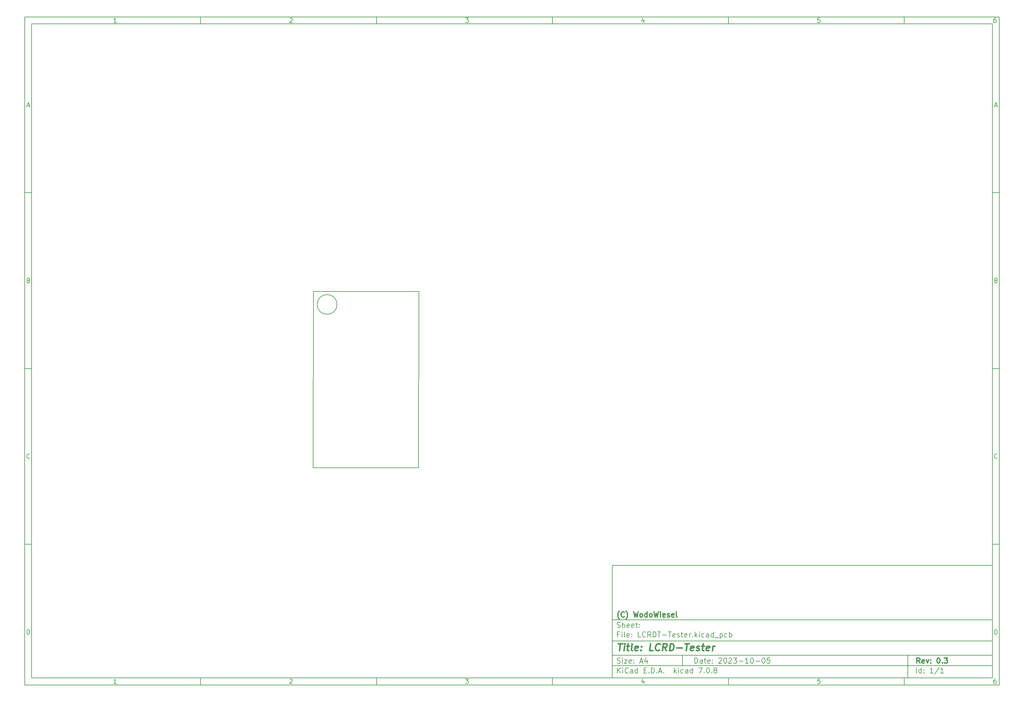
<source format=gbr>
%TF.GenerationSoftware,KiCad,Pcbnew,7.0.8*%
%TF.CreationDate,2023-10-14T20:08:13+02:00*%
%TF.ProjectId,LCRDT-Tester,4c435244-542d-4546-9573-7465722e6b69,0.3*%
%TF.SameCoordinates,Original*%
%TF.FileFunction,Other,Comment*%
%FSLAX46Y46*%
G04 Gerber Fmt 4.6, Leading zero omitted, Abs format (unit mm)*
G04 Created by KiCad (PCBNEW 7.0.8) date 2023-10-14 20:08:13*
%MOMM*%
%LPD*%
G01*
G04 APERTURE LIST*
%ADD10C,0.100000*%
%ADD11C,0.150000*%
%ADD12C,0.300000*%
%ADD13C,0.400000*%
%TA.AperFunction,Profile*%
%ADD14C,0.150000*%
%TD*%
G04 APERTURE END LIST*
D10*
D11*
X177002200Y-166007200D02*
X285002200Y-166007200D01*
X285002200Y-198007200D01*
X177002200Y-198007200D01*
X177002200Y-166007200D01*
D10*
D11*
X10000000Y-10000000D02*
X287002200Y-10000000D01*
X287002200Y-200007200D01*
X10000000Y-200007200D01*
X10000000Y-10000000D01*
D10*
D11*
X12000000Y-12000000D02*
X285002200Y-12000000D01*
X285002200Y-198007200D01*
X12000000Y-198007200D01*
X12000000Y-12000000D01*
D10*
D11*
X60000000Y-12000000D02*
X60000000Y-10000000D01*
D10*
D11*
X110000000Y-12000000D02*
X110000000Y-10000000D01*
D10*
D11*
X160000000Y-12000000D02*
X160000000Y-10000000D01*
D10*
D11*
X210000000Y-12000000D02*
X210000000Y-10000000D01*
D10*
D11*
X260000000Y-12000000D02*
X260000000Y-10000000D01*
D10*
D11*
X36089160Y-11593604D02*
X35346303Y-11593604D01*
X35717731Y-11593604D02*
X35717731Y-10293604D01*
X35717731Y-10293604D02*
X35593922Y-10479319D01*
X35593922Y-10479319D02*
X35470112Y-10603128D01*
X35470112Y-10603128D02*
X35346303Y-10665033D01*
D10*
D11*
X85346303Y-10417414D02*
X85408207Y-10355509D01*
X85408207Y-10355509D02*
X85532017Y-10293604D01*
X85532017Y-10293604D02*
X85841541Y-10293604D01*
X85841541Y-10293604D02*
X85965350Y-10355509D01*
X85965350Y-10355509D02*
X86027255Y-10417414D01*
X86027255Y-10417414D02*
X86089160Y-10541223D01*
X86089160Y-10541223D02*
X86089160Y-10665033D01*
X86089160Y-10665033D02*
X86027255Y-10850747D01*
X86027255Y-10850747D02*
X85284398Y-11593604D01*
X85284398Y-11593604D02*
X86089160Y-11593604D01*
D10*
D11*
X135284398Y-10293604D02*
X136089160Y-10293604D01*
X136089160Y-10293604D02*
X135655826Y-10788842D01*
X135655826Y-10788842D02*
X135841541Y-10788842D01*
X135841541Y-10788842D02*
X135965350Y-10850747D01*
X135965350Y-10850747D02*
X136027255Y-10912652D01*
X136027255Y-10912652D02*
X136089160Y-11036461D01*
X136089160Y-11036461D02*
X136089160Y-11345985D01*
X136089160Y-11345985D02*
X136027255Y-11469795D01*
X136027255Y-11469795D02*
X135965350Y-11531700D01*
X135965350Y-11531700D02*
X135841541Y-11593604D01*
X135841541Y-11593604D02*
X135470112Y-11593604D01*
X135470112Y-11593604D02*
X135346303Y-11531700D01*
X135346303Y-11531700D02*
X135284398Y-11469795D01*
D10*
D11*
X185965350Y-10726938D02*
X185965350Y-11593604D01*
X185655826Y-10231700D02*
X185346303Y-11160271D01*
X185346303Y-11160271D02*
X186151064Y-11160271D01*
D10*
D11*
X236027255Y-10293604D02*
X235408207Y-10293604D01*
X235408207Y-10293604D02*
X235346303Y-10912652D01*
X235346303Y-10912652D02*
X235408207Y-10850747D01*
X235408207Y-10850747D02*
X235532017Y-10788842D01*
X235532017Y-10788842D02*
X235841541Y-10788842D01*
X235841541Y-10788842D02*
X235965350Y-10850747D01*
X235965350Y-10850747D02*
X236027255Y-10912652D01*
X236027255Y-10912652D02*
X236089160Y-11036461D01*
X236089160Y-11036461D02*
X236089160Y-11345985D01*
X236089160Y-11345985D02*
X236027255Y-11469795D01*
X236027255Y-11469795D02*
X235965350Y-11531700D01*
X235965350Y-11531700D02*
X235841541Y-11593604D01*
X235841541Y-11593604D02*
X235532017Y-11593604D01*
X235532017Y-11593604D02*
X235408207Y-11531700D01*
X235408207Y-11531700D02*
X235346303Y-11469795D01*
D10*
D11*
X285965350Y-10293604D02*
X285717731Y-10293604D01*
X285717731Y-10293604D02*
X285593922Y-10355509D01*
X285593922Y-10355509D02*
X285532017Y-10417414D01*
X285532017Y-10417414D02*
X285408207Y-10603128D01*
X285408207Y-10603128D02*
X285346303Y-10850747D01*
X285346303Y-10850747D02*
X285346303Y-11345985D01*
X285346303Y-11345985D02*
X285408207Y-11469795D01*
X285408207Y-11469795D02*
X285470112Y-11531700D01*
X285470112Y-11531700D02*
X285593922Y-11593604D01*
X285593922Y-11593604D02*
X285841541Y-11593604D01*
X285841541Y-11593604D02*
X285965350Y-11531700D01*
X285965350Y-11531700D02*
X286027255Y-11469795D01*
X286027255Y-11469795D02*
X286089160Y-11345985D01*
X286089160Y-11345985D02*
X286089160Y-11036461D01*
X286089160Y-11036461D02*
X286027255Y-10912652D01*
X286027255Y-10912652D02*
X285965350Y-10850747D01*
X285965350Y-10850747D02*
X285841541Y-10788842D01*
X285841541Y-10788842D02*
X285593922Y-10788842D01*
X285593922Y-10788842D02*
X285470112Y-10850747D01*
X285470112Y-10850747D02*
X285408207Y-10912652D01*
X285408207Y-10912652D02*
X285346303Y-11036461D01*
D10*
D11*
X60000000Y-198007200D02*
X60000000Y-200007200D01*
D10*
D11*
X110000000Y-198007200D02*
X110000000Y-200007200D01*
D10*
D11*
X160000000Y-198007200D02*
X160000000Y-200007200D01*
D10*
D11*
X210000000Y-198007200D02*
X210000000Y-200007200D01*
D10*
D11*
X260000000Y-198007200D02*
X260000000Y-200007200D01*
D10*
D11*
X36089160Y-199600804D02*
X35346303Y-199600804D01*
X35717731Y-199600804D02*
X35717731Y-198300804D01*
X35717731Y-198300804D02*
X35593922Y-198486519D01*
X35593922Y-198486519D02*
X35470112Y-198610328D01*
X35470112Y-198610328D02*
X35346303Y-198672233D01*
D10*
D11*
X85346303Y-198424614D02*
X85408207Y-198362709D01*
X85408207Y-198362709D02*
X85532017Y-198300804D01*
X85532017Y-198300804D02*
X85841541Y-198300804D01*
X85841541Y-198300804D02*
X85965350Y-198362709D01*
X85965350Y-198362709D02*
X86027255Y-198424614D01*
X86027255Y-198424614D02*
X86089160Y-198548423D01*
X86089160Y-198548423D02*
X86089160Y-198672233D01*
X86089160Y-198672233D02*
X86027255Y-198857947D01*
X86027255Y-198857947D02*
X85284398Y-199600804D01*
X85284398Y-199600804D02*
X86089160Y-199600804D01*
D10*
D11*
X135284398Y-198300804D02*
X136089160Y-198300804D01*
X136089160Y-198300804D02*
X135655826Y-198796042D01*
X135655826Y-198796042D02*
X135841541Y-198796042D01*
X135841541Y-198796042D02*
X135965350Y-198857947D01*
X135965350Y-198857947D02*
X136027255Y-198919852D01*
X136027255Y-198919852D02*
X136089160Y-199043661D01*
X136089160Y-199043661D02*
X136089160Y-199353185D01*
X136089160Y-199353185D02*
X136027255Y-199476995D01*
X136027255Y-199476995D02*
X135965350Y-199538900D01*
X135965350Y-199538900D02*
X135841541Y-199600804D01*
X135841541Y-199600804D02*
X135470112Y-199600804D01*
X135470112Y-199600804D02*
X135346303Y-199538900D01*
X135346303Y-199538900D02*
X135284398Y-199476995D01*
D10*
D11*
X185965350Y-198734138D02*
X185965350Y-199600804D01*
X185655826Y-198238900D02*
X185346303Y-199167471D01*
X185346303Y-199167471D02*
X186151064Y-199167471D01*
D10*
D11*
X236027255Y-198300804D02*
X235408207Y-198300804D01*
X235408207Y-198300804D02*
X235346303Y-198919852D01*
X235346303Y-198919852D02*
X235408207Y-198857947D01*
X235408207Y-198857947D02*
X235532017Y-198796042D01*
X235532017Y-198796042D02*
X235841541Y-198796042D01*
X235841541Y-198796042D02*
X235965350Y-198857947D01*
X235965350Y-198857947D02*
X236027255Y-198919852D01*
X236027255Y-198919852D02*
X236089160Y-199043661D01*
X236089160Y-199043661D02*
X236089160Y-199353185D01*
X236089160Y-199353185D02*
X236027255Y-199476995D01*
X236027255Y-199476995D02*
X235965350Y-199538900D01*
X235965350Y-199538900D02*
X235841541Y-199600804D01*
X235841541Y-199600804D02*
X235532017Y-199600804D01*
X235532017Y-199600804D02*
X235408207Y-199538900D01*
X235408207Y-199538900D02*
X235346303Y-199476995D01*
D10*
D11*
X285965350Y-198300804D02*
X285717731Y-198300804D01*
X285717731Y-198300804D02*
X285593922Y-198362709D01*
X285593922Y-198362709D02*
X285532017Y-198424614D01*
X285532017Y-198424614D02*
X285408207Y-198610328D01*
X285408207Y-198610328D02*
X285346303Y-198857947D01*
X285346303Y-198857947D02*
X285346303Y-199353185D01*
X285346303Y-199353185D02*
X285408207Y-199476995D01*
X285408207Y-199476995D02*
X285470112Y-199538900D01*
X285470112Y-199538900D02*
X285593922Y-199600804D01*
X285593922Y-199600804D02*
X285841541Y-199600804D01*
X285841541Y-199600804D02*
X285965350Y-199538900D01*
X285965350Y-199538900D02*
X286027255Y-199476995D01*
X286027255Y-199476995D02*
X286089160Y-199353185D01*
X286089160Y-199353185D02*
X286089160Y-199043661D01*
X286089160Y-199043661D02*
X286027255Y-198919852D01*
X286027255Y-198919852D02*
X285965350Y-198857947D01*
X285965350Y-198857947D02*
X285841541Y-198796042D01*
X285841541Y-198796042D02*
X285593922Y-198796042D01*
X285593922Y-198796042D02*
X285470112Y-198857947D01*
X285470112Y-198857947D02*
X285408207Y-198919852D01*
X285408207Y-198919852D02*
X285346303Y-199043661D01*
D10*
D11*
X10000000Y-60000000D02*
X12000000Y-60000000D01*
D10*
D11*
X10000000Y-110000000D02*
X12000000Y-110000000D01*
D10*
D11*
X10000000Y-160000000D02*
X12000000Y-160000000D01*
D10*
D11*
X10690476Y-35222176D02*
X11309523Y-35222176D01*
X10566666Y-35593604D02*
X10999999Y-34293604D01*
X10999999Y-34293604D02*
X11433333Y-35593604D01*
D10*
D11*
X11092857Y-84912652D02*
X11278571Y-84974557D01*
X11278571Y-84974557D02*
X11340476Y-85036461D01*
X11340476Y-85036461D02*
X11402380Y-85160271D01*
X11402380Y-85160271D02*
X11402380Y-85345985D01*
X11402380Y-85345985D02*
X11340476Y-85469795D01*
X11340476Y-85469795D02*
X11278571Y-85531700D01*
X11278571Y-85531700D02*
X11154761Y-85593604D01*
X11154761Y-85593604D02*
X10659523Y-85593604D01*
X10659523Y-85593604D02*
X10659523Y-84293604D01*
X10659523Y-84293604D02*
X11092857Y-84293604D01*
X11092857Y-84293604D02*
X11216666Y-84355509D01*
X11216666Y-84355509D02*
X11278571Y-84417414D01*
X11278571Y-84417414D02*
X11340476Y-84541223D01*
X11340476Y-84541223D02*
X11340476Y-84665033D01*
X11340476Y-84665033D02*
X11278571Y-84788842D01*
X11278571Y-84788842D02*
X11216666Y-84850747D01*
X11216666Y-84850747D02*
X11092857Y-84912652D01*
X11092857Y-84912652D02*
X10659523Y-84912652D01*
D10*
D11*
X11402380Y-135469795D02*
X11340476Y-135531700D01*
X11340476Y-135531700D02*
X11154761Y-135593604D01*
X11154761Y-135593604D02*
X11030952Y-135593604D01*
X11030952Y-135593604D02*
X10845238Y-135531700D01*
X10845238Y-135531700D02*
X10721428Y-135407890D01*
X10721428Y-135407890D02*
X10659523Y-135284080D01*
X10659523Y-135284080D02*
X10597619Y-135036461D01*
X10597619Y-135036461D02*
X10597619Y-134850747D01*
X10597619Y-134850747D02*
X10659523Y-134603128D01*
X10659523Y-134603128D02*
X10721428Y-134479319D01*
X10721428Y-134479319D02*
X10845238Y-134355509D01*
X10845238Y-134355509D02*
X11030952Y-134293604D01*
X11030952Y-134293604D02*
X11154761Y-134293604D01*
X11154761Y-134293604D02*
X11340476Y-134355509D01*
X11340476Y-134355509D02*
X11402380Y-134417414D01*
D10*
D11*
X10659523Y-185593604D02*
X10659523Y-184293604D01*
X10659523Y-184293604D02*
X10969047Y-184293604D01*
X10969047Y-184293604D02*
X11154761Y-184355509D01*
X11154761Y-184355509D02*
X11278571Y-184479319D01*
X11278571Y-184479319D02*
X11340476Y-184603128D01*
X11340476Y-184603128D02*
X11402380Y-184850747D01*
X11402380Y-184850747D02*
X11402380Y-185036461D01*
X11402380Y-185036461D02*
X11340476Y-185284080D01*
X11340476Y-185284080D02*
X11278571Y-185407890D01*
X11278571Y-185407890D02*
X11154761Y-185531700D01*
X11154761Y-185531700D02*
X10969047Y-185593604D01*
X10969047Y-185593604D02*
X10659523Y-185593604D01*
D10*
D11*
X287002200Y-60000000D02*
X285002200Y-60000000D01*
D10*
D11*
X287002200Y-110000000D02*
X285002200Y-110000000D01*
D10*
D11*
X287002200Y-160000000D02*
X285002200Y-160000000D01*
D10*
D11*
X285692676Y-35222176D02*
X286311723Y-35222176D01*
X285568866Y-35593604D02*
X286002199Y-34293604D01*
X286002199Y-34293604D02*
X286435533Y-35593604D01*
D10*
D11*
X286095057Y-84912652D02*
X286280771Y-84974557D01*
X286280771Y-84974557D02*
X286342676Y-85036461D01*
X286342676Y-85036461D02*
X286404580Y-85160271D01*
X286404580Y-85160271D02*
X286404580Y-85345985D01*
X286404580Y-85345985D02*
X286342676Y-85469795D01*
X286342676Y-85469795D02*
X286280771Y-85531700D01*
X286280771Y-85531700D02*
X286156961Y-85593604D01*
X286156961Y-85593604D02*
X285661723Y-85593604D01*
X285661723Y-85593604D02*
X285661723Y-84293604D01*
X285661723Y-84293604D02*
X286095057Y-84293604D01*
X286095057Y-84293604D02*
X286218866Y-84355509D01*
X286218866Y-84355509D02*
X286280771Y-84417414D01*
X286280771Y-84417414D02*
X286342676Y-84541223D01*
X286342676Y-84541223D02*
X286342676Y-84665033D01*
X286342676Y-84665033D02*
X286280771Y-84788842D01*
X286280771Y-84788842D02*
X286218866Y-84850747D01*
X286218866Y-84850747D02*
X286095057Y-84912652D01*
X286095057Y-84912652D02*
X285661723Y-84912652D01*
D10*
D11*
X286404580Y-135469795D02*
X286342676Y-135531700D01*
X286342676Y-135531700D02*
X286156961Y-135593604D01*
X286156961Y-135593604D02*
X286033152Y-135593604D01*
X286033152Y-135593604D02*
X285847438Y-135531700D01*
X285847438Y-135531700D02*
X285723628Y-135407890D01*
X285723628Y-135407890D02*
X285661723Y-135284080D01*
X285661723Y-135284080D02*
X285599819Y-135036461D01*
X285599819Y-135036461D02*
X285599819Y-134850747D01*
X285599819Y-134850747D02*
X285661723Y-134603128D01*
X285661723Y-134603128D02*
X285723628Y-134479319D01*
X285723628Y-134479319D02*
X285847438Y-134355509D01*
X285847438Y-134355509D02*
X286033152Y-134293604D01*
X286033152Y-134293604D02*
X286156961Y-134293604D01*
X286156961Y-134293604D02*
X286342676Y-134355509D01*
X286342676Y-134355509D02*
X286404580Y-134417414D01*
D10*
D11*
X285661723Y-185593604D02*
X285661723Y-184293604D01*
X285661723Y-184293604D02*
X285971247Y-184293604D01*
X285971247Y-184293604D02*
X286156961Y-184355509D01*
X286156961Y-184355509D02*
X286280771Y-184479319D01*
X286280771Y-184479319D02*
X286342676Y-184603128D01*
X286342676Y-184603128D02*
X286404580Y-184850747D01*
X286404580Y-184850747D02*
X286404580Y-185036461D01*
X286404580Y-185036461D02*
X286342676Y-185284080D01*
X286342676Y-185284080D02*
X286280771Y-185407890D01*
X286280771Y-185407890D02*
X286156961Y-185531700D01*
X286156961Y-185531700D02*
X285971247Y-185593604D01*
X285971247Y-185593604D02*
X285661723Y-185593604D01*
D10*
D11*
X200458026Y-193793328D02*
X200458026Y-192293328D01*
X200458026Y-192293328D02*
X200815169Y-192293328D01*
X200815169Y-192293328D02*
X201029455Y-192364757D01*
X201029455Y-192364757D02*
X201172312Y-192507614D01*
X201172312Y-192507614D02*
X201243741Y-192650471D01*
X201243741Y-192650471D02*
X201315169Y-192936185D01*
X201315169Y-192936185D02*
X201315169Y-193150471D01*
X201315169Y-193150471D02*
X201243741Y-193436185D01*
X201243741Y-193436185D02*
X201172312Y-193579042D01*
X201172312Y-193579042D02*
X201029455Y-193721900D01*
X201029455Y-193721900D02*
X200815169Y-193793328D01*
X200815169Y-193793328D02*
X200458026Y-193793328D01*
X202600884Y-193793328D02*
X202600884Y-193007614D01*
X202600884Y-193007614D02*
X202529455Y-192864757D01*
X202529455Y-192864757D02*
X202386598Y-192793328D01*
X202386598Y-192793328D02*
X202100884Y-192793328D01*
X202100884Y-192793328D02*
X201958026Y-192864757D01*
X202600884Y-193721900D02*
X202458026Y-193793328D01*
X202458026Y-193793328D02*
X202100884Y-193793328D01*
X202100884Y-193793328D02*
X201958026Y-193721900D01*
X201958026Y-193721900D02*
X201886598Y-193579042D01*
X201886598Y-193579042D02*
X201886598Y-193436185D01*
X201886598Y-193436185D02*
X201958026Y-193293328D01*
X201958026Y-193293328D02*
X202100884Y-193221900D01*
X202100884Y-193221900D02*
X202458026Y-193221900D01*
X202458026Y-193221900D02*
X202600884Y-193150471D01*
X203100884Y-192793328D02*
X203672312Y-192793328D01*
X203315169Y-192293328D02*
X203315169Y-193579042D01*
X203315169Y-193579042D02*
X203386598Y-193721900D01*
X203386598Y-193721900D02*
X203529455Y-193793328D01*
X203529455Y-193793328D02*
X203672312Y-193793328D01*
X204743741Y-193721900D02*
X204600884Y-193793328D01*
X204600884Y-193793328D02*
X204315170Y-193793328D01*
X204315170Y-193793328D02*
X204172312Y-193721900D01*
X204172312Y-193721900D02*
X204100884Y-193579042D01*
X204100884Y-193579042D02*
X204100884Y-193007614D01*
X204100884Y-193007614D02*
X204172312Y-192864757D01*
X204172312Y-192864757D02*
X204315170Y-192793328D01*
X204315170Y-192793328D02*
X204600884Y-192793328D01*
X204600884Y-192793328D02*
X204743741Y-192864757D01*
X204743741Y-192864757D02*
X204815170Y-193007614D01*
X204815170Y-193007614D02*
X204815170Y-193150471D01*
X204815170Y-193150471D02*
X204100884Y-193293328D01*
X205458026Y-193650471D02*
X205529455Y-193721900D01*
X205529455Y-193721900D02*
X205458026Y-193793328D01*
X205458026Y-193793328D02*
X205386598Y-193721900D01*
X205386598Y-193721900D02*
X205458026Y-193650471D01*
X205458026Y-193650471D02*
X205458026Y-193793328D01*
X205458026Y-192864757D02*
X205529455Y-192936185D01*
X205529455Y-192936185D02*
X205458026Y-193007614D01*
X205458026Y-193007614D02*
X205386598Y-192936185D01*
X205386598Y-192936185D02*
X205458026Y-192864757D01*
X205458026Y-192864757D02*
X205458026Y-193007614D01*
X207243741Y-192436185D02*
X207315169Y-192364757D01*
X207315169Y-192364757D02*
X207458027Y-192293328D01*
X207458027Y-192293328D02*
X207815169Y-192293328D01*
X207815169Y-192293328D02*
X207958027Y-192364757D01*
X207958027Y-192364757D02*
X208029455Y-192436185D01*
X208029455Y-192436185D02*
X208100884Y-192579042D01*
X208100884Y-192579042D02*
X208100884Y-192721900D01*
X208100884Y-192721900D02*
X208029455Y-192936185D01*
X208029455Y-192936185D02*
X207172312Y-193793328D01*
X207172312Y-193793328D02*
X208100884Y-193793328D01*
X209029455Y-192293328D02*
X209172312Y-192293328D01*
X209172312Y-192293328D02*
X209315169Y-192364757D01*
X209315169Y-192364757D02*
X209386598Y-192436185D01*
X209386598Y-192436185D02*
X209458026Y-192579042D01*
X209458026Y-192579042D02*
X209529455Y-192864757D01*
X209529455Y-192864757D02*
X209529455Y-193221900D01*
X209529455Y-193221900D02*
X209458026Y-193507614D01*
X209458026Y-193507614D02*
X209386598Y-193650471D01*
X209386598Y-193650471D02*
X209315169Y-193721900D01*
X209315169Y-193721900D02*
X209172312Y-193793328D01*
X209172312Y-193793328D02*
X209029455Y-193793328D01*
X209029455Y-193793328D02*
X208886598Y-193721900D01*
X208886598Y-193721900D02*
X208815169Y-193650471D01*
X208815169Y-193650471D02*
X208743740Y-193507614D01*
X208743740Y-193507614D02*
X208672312Y-193221900D01*
X208672312Y-193221900D02*
X208672312Y-192864757D01*
X208672312Y-192864757D02*
X208743740Y-192579042D01*
X208743740Y-192579042D02*
X208815169Y-192436185D01*
X208815169Y-192436185D02*
X208886598Y-192364757D01*
X208886598Y-192364757D02*
X209029455Y-192293328D01*
X210100883Y-192436185D02*
X210172311Y-192364757D01*
X210172311Y-192364757D02*
X210315169Y-192293328D01*
X210315169Y-192293328D02*
X210672311Y-192293328D01*
X210672311Y-192293328D02*
X210815169Y-192364757D01*
X210815169Y-192364757D02*
X210886597Y-192436185D01*
X210886597Y-192436185D02*
X210958026Y-192579042D01*
X210958026Y-192579042D02*
X210958026Y-192721900D01*
X210958026Y-192721900D02*
X210886597Y-192936185D01*
X210886597Y-192936185D02*
X210029454Y-193793328D01*
X210029454Y-193793328D02*
X210958026Y-193793328D01*
X211458025Y-192293328D02*
X212386597Y-192293328D01*
X212386597Y-192293328D02*
X211886597Y-192864757D01*
X211886597Y-192864757D02*
X212100882Y-192864757D01*
X212100882Y-192864757D02*
X212243740Y-192936185D01*
X212243740Y-192936185D02*
X212315168Y-193007614D01*
X212315168Y-193007614D02*
X212386597Y-193150471D01*
X212386597Y-193150471D02*
X212386597Y-193507614D01*
X212386597Y-193507614D02*
X212315168Y-193650471D01*
X212315168Y-193650471D02*
X212243740Y-193721900D01*
X212243740Y-193721900D02*
X212100882Y-193793328D01*
X212100882Y-193793328D02*
X211672311Y-193793328D01*
X211672311Y-193793328D02*
X211529454Y-193721900D01*
X211529454Y-193721900D02*
X211458025Y-193650471D01*
X213029453Y-193221900D02*
X214172311Y-193221900D01*
X215672311Y-193793328D02*
X214815168Y-193793328D01*
X215243739Y-193793328D02*
X215243739Y-192293328D01*
X215243739Y-192293328D02*
X215100882Y-192507614D01*
X215100882Y-192507614D02*
X214958025Y-192650471D01*
X214958025Y-192650471D02*
X214815168Y-192721900D01*
X216600882Y-192293328D02*
X216743739Y-192293328D01*
X216743739Y-192293328D02*
X216886596Y-192364757D01*
X216886596Y-192364757D02*
X216958025Y-192436185D01*
X216958025Y-192436185D02*
X217029453Y-192579042D01*
X217029453Y-192579042D02*
X217100882Y-192864757D01*
X217100882Y-192864757D02*
X217100882Y-193221900D01*
X217100882Y-193221900D02*
X217029453Y-193507614D01*
X217029453Y-193507614D02*
X216958025Y-193650471D01*
X216958025Y-193650471D02*
X216886596Y-193721900D01*
X216886596Y-193721900D02*
X216743739Y-193793328D01*
X216743739Y-193793328D02*
X216600882Y-193793328D01*
X216600882Y-193793328D02*
X216458025Y-193721900D01*
X216458025Y-193721900D02*
X216386596Y-193650471D01*
X216386596Y-193650471D02*
X216315167Y-193507614D01*
X216315167Y-193507614D02*
X216243739Y-193221900D01*
X216243739Y-193221900D02*
X216243739Y-192864757D01*
X216243739Y-192864757D02*
X216315167Y-192579042D01*
X216315167Y-192579042D02*
X216386596Y-192436185D01*
X216386596Y-192436185D02*
X216458025Y-192364757D01*
X216458025Y-192364757D02*
X216600882Y-192293328D01*
X217743738Y-193221900D02*
X218886596Y-193221900D01*
X219886596Y-192293328D02*
X220029453Y-192293328D01*
X220029453Y-192293328D02*
X220172310Y-192364757D01*
X220172310Y-192364757D02*
X220243739Y-192436185D01*
X220243739Y-192436185D02*
X220315167Y-192579042D01*
X220315167Y-192579042D02*
X220386596Y-192864757D01*
X220386596Y-192864757D02*
X220386596Y-193221900D01*
X220386596Y-193221900D02*
X220315167Y-193507614D01*
X220315167Y-193507614D02*
X220243739Y-193650471D01*
X220243739Y-193650471D02*
X220172310Y-193721900D01*
X220172310Y-193721900D02*
X220029453Y-193793328D01*
X220029453Y-193793328D02*
X219886596Y-193793328D01*
X219886596Y-193793328D02*
X219743739Y-193721900D01*
X219743739Y-193721900D02*
X219672310Y-193650471D01*
X219672310Y-193650471D02*
X219600881Y-193507614D01*
X219600881Y-193507614D02*
X219529453Y-193221900D01*
X219529453Y-193221900D02*
X219529453Y-192864757D01*
X219529453Y-192864757D02*
X219600881Y-192579042D01*
X219600881Y-192579042D02*
X219672310Y-192436185D01*
X219672310Y-192436185D02*
X219743739Y-192364757D01*
X219743739Y-192364757D02*
X219886596Y-192293328D01*
X221743738Y-192293328D02*
X221029452Y-192293328D01*
X221029452Y-192293328D02*
X220958024Y-193007614D01*
X220958024Y-193007614D02*
X221029452Y-192936185D01*
X221029452Y-192936185D02*
X221172310Y-192864757D01*
X221172310Y-192864757D02*
X221529452Y-192864757D01*
X221529452Y-192864757D02*
X221672310Y-192936185D01*
X221672310Y-192936185D02*
X221743738Y-193007614D01*
X221743738Y-193007614D02*
X221815167Y-193150471D01*
X221815167Y-193150471D02*
X221815167Y-193507614D01*
X221815167Y-193507614D02*
X221743738Y-193650471D01*
X221743738Y-193650471D02*
X221672310Y-193721900D01*
X221672310Y-193721900D02*
X221529452Y-193793328D01*
X221529452Y-193793328D02*
X221172310Y-193793328D01*
X221172310Y-193793328D02*
X221029452Y-193721900D01*
X221029452Y-193721900D02*
X220958024Y-193650471D01*
D10*
D11*
X177002200Y-194507200D02*
X285002200Y-194507200D01*
D10*
D11*
X178458026Y-196593328D02*
X178458026Y-195093328D01*
X179315169Y-196593328D02*
X178672312Y-195736185D01*
X179315169Y-195093328D02*
X178458026Y-195950471D01*
X179958026Y-196593328D02*
X179958026Y-195593328D01*
X179958026Y-195093328D02*
X179886598Y-195164757D01*
X179886598Y-195164757D02*
X179958026Y-195236185D01*
X179958026Y-195236185D02*
X180029455Y-195164757D01*
X180029455Y-195164757D02*
X179958026Y-195093328D01*
X179958026Y-195093328D02*
X179958026Y-195236185D01*
X181529455Y-196450471D02*
X181458027Y-196521900D01*
X181458027Y-196521900D02*
X181243741Y-196593328D01*
X181243741Y-196593328D02*
X181100884Y-196593328D01*
X181100884Y-196593328D02*
X180886598Y-196521900D01*
X180886598Y-196521900D02*
X180743741Y-196379042D01*
X180743741Y-196379042D02*
X180672312Y-196236185D01*
X180672312Y-196236185D02*
X180600884Y-195950471D01*
X180600884Y-195950471D02*
X180600884Y-195736185D01*
X180600884Y-195736185D02*
X180672312Y-195450471D01*
X180672312Y-195450471D02*
X180743741Y-195307614D01*
X180743741Y-195307614D02*
X180886598Y-195164757D01*
X180886598Y-195164757D02*
X181100884Y-195093328D01*
X181100884Y-195093328D02*
X181243741Y-195093328D01*
X181243741Y-195093328D02*
X181458027Y-195164757D01*
X181458027Y-195164757D02*
X181529455Y-195236185D01*
X182815170Y-196593328D02*
X182815170Y-195807614D01*
X182815170Y-195807614D02*
X182743741Y-195664757D01*
X182743741Y-195664757D02*
X182600884Y-195593328D01*
X182600884Y-195593328D02*
X182315170Y-195593328D01*
X182315170Y-195593328D02*
X182172312Y-195664757D01*
X182815170Y-196521900D02*
X182672312Y-196593328D01*
X182672312Y-196593328D02*
X182315170Y-196593328D01*
X182315170Y-196593328D02*
X182172312Y-196521900D01*
X182172312Y-196521900D02*
X182100884Y-196379042D01*
X182100884Y-196379042D02*
X182100884Y-196236185D01*
X182100884Y-196236185D02*
X182172312Y-196093328D01*
X182172312Y-196093328D02*
X182315170Y-196021900D01*
X182315170Y-196021900D02*
X182672312Y-196021900D01*
X182672312Y-196021900D02*
X182815170Y-195950471D01*
X184172313Y-196593328D02*
X184172313Y-195093328D01*
X184172313Y-196521900D02*
X184029455Y-196593328D01*
X184029455Y-196593328D02*
X183743741Y-196593328D01*
X183743741Y-196593328D02*
X183600884Y-196521900D01*
X183600884Y-196521900D02*
X183529455Y-196450471D01*
X183529455Y-196450471D02*
X183458027Y-196307614D01*
X183458027Y-196307614D02*
X183458027Y-195879042D01*
X183458027Y-195879042D02*
X183529455Y-195736185D01*
X183529455Y-195736185D02*
X183600884Y-195664757D01*
X183600884Y-195664757D02*
X183743741Y-195593328D01*
X183743741Y-195593328D02*
X184029455Y-195593328D01*
X184029455Y-195593328D02*
X184172313Y-195664757D01*
X186029455Y-195807614D02*
X186529455Y-195807614D01*
X186743741Y-196593328D02*
X186029455Y-196593328D01*
X186029455Y-196593328D02*
X186029455Y-195093328D01*
X186029455Y-195093328D02*
X186743741Y-195093328D01*
X187386598Y-196450471D02*
X187458027Y-196521900D01*
X187458027Y-196521900D02*
X187386598Y-196593328D01*
X187386598Y-196593328D02*
X187315170Y-196521900D01*
X187315170Y-196521900D02*
X187386598Y-196450471D01*
X187386598Y-196450471D02*
X187386598Y-196593328D01*
X188100884Y-196593328D02*
X188100884Y-195093328D01*
X188100884Y-195093328D02*
X188458027Y-195093328D01*
X188458027Y-195093328D02*
X188672313Y-195164757D01*
X188672313Y-195164757D02*
X188815170Y-195307614D01*
X188815170Y-195307614D02*
X188886599Y-195450471D01*
X188886599Y-195450471D02*
X188958027Y-195736185D01*
X188958027Y-195736185D02*
X188958027Y-195950471D01*
X188958027Y-195950471D02*
X188886599Y-196236185D01*
X188886599Y-196236185D02*
X188815170Y-196379042D01*
X188815170Y-196379042D02*
X188672313Y-196521900D01*
X188672313Y-196521900D02*
X188458027Y-196593328D01*
X188458027Y-196593328D02*
X188100884Y-196593328D01*
X189600884Y-196450471D02*
X189672313Y-196521900D01*
X189672313Y-196521900D02*
X189600884Y-196593328D01*
X189600884Y-196593328D02*
X189529456Y-196521900D01*
X189529456Y-196521900D02*
X189600884Y-196450471D01*
X189600884Y-196450471D02*
X189600884Y-196593328D01*
X190243742Y-196164757D02*
X190958028Y-196164757D01*
X190100885Y-196593328D02*
X190600885Y-195093328D01*
X190600885Y-195093328D02*
X191100885Y-196593328D01*
X191600884Y-196450471D02*
X191672313Y-196521900D01*
X191672313Y-196521900D02*
X191600884Y-196593328D01*
X191600884Y-196593328D02*
X191529456Y-196521900D01*
X191529456Y-196521900D02*
X191600884Y-196450471D01*
X191600884Y-196450471D02*
X191600884Y-196593328D01*
X194600884Y-196593328D02*
X194600884Y-195093328D01*
X194743742Y-196021900D02*
X195172313Y-196593328D01*
X195172313Y-195593328D02*
X194600884Y-196164757D01*
X195815170Y-196593328D02*
X195815170Y-195593328D01*
X195815170Y-195093328D02*
X195743742Y-195164757D01*
X195743742Y-195164757D02*
X195815170Y-195236185D01*
X195815170Y-195236185D02*
X195886599Y-195164757D01*
X195886599Y-195164757D02*
X195815170Y-195093328D01*
X195815170Y-195093328D02*
X195815170Y-195236185D01*
X197172314Y-196521900D02*
X197029456Y-196593328D01*
X197029456Y-196593328D02*
X196743742Y-196593328D01*
X196743742Y-196593328D02*
X196600885Y-196521900D01*
X196600885Y-196521900D02*
X196529456Y-196450471D01*
X196529456Y-196450471D02*
X196458028Y-196307614D01*
X196458028Y-196307614D02*
X196458028Y-195879042D01*
X196458028Y-195879042D02*
X196529456Y-195736185D01*
X196529456Y-195736185D02*
X196600885Y-195664757D01*
X196600885Y-195664757D02*
X196743742Y-195593328D01*
X196743742Y-195593328D02*
X197029456Y-195593328D01*
X197029456Y-195593328D02*
X197172314Y-195664757D01*
X198458028Y-196593328D02*
X198458028Y-195807614D01*
X198458028Y-195807614D02*
X198386599Y-195664757D01*
X198386599Y-195664757D02*
X198243742Y-195593328D01*
X198243742Y-195593328D02*
X197958028Y-195593328D01*
X197958028Y-195593328D02*
X197815170Y-195664757D01*
X198458028Y-196521900D02*
X198315170Y-196593328D01*
X198315170Y-196593328D02*
X197958028Y-196593328D01*
X197958028Y-196593328D02*
X197815170Y-196521900D01*
X197815170Y-196521900D02*
X197743742Y-196379042D01*
X197743742Y-196379042D02*
X197743742Y-196236185D01*
X197743742Y-196236185D02*
X197815170Y-196093328D01*
X197815170Y-196093328D02*
X197958028Y-196021900D01*
X197958028Y-196021900D02*
X198315170Y-196021900D01*
X198315170Y-196021900D02*
X198458028Y-195950471D01*
X199815171Y-196593328D02*
X199815171Y-195093328D01*
X199815171Y-196521900D02*
X199672313Y-196593328D01*
X199672313Y-196593328D02*
X199386599Y-196593328D01*
X199386599Y-196593328D02*
X199243742Y-196521900D01*
X199243742Y-196521900D02*
X199172313Y-196450471D01*
X199172313Y-196450471D02*
X199100885Y-196307614D01*
X199100885Y-196307614D02*
X199100885Y-195879042D01*
X199100885Y-195879042D02*
X199172313Y-195736185D01*
X199172313Y-195736185D02*
X199243742Y-195664757D01*
X199243742Y-195664757D02*
X199386599Y-195593328D01*
X199386599Y-195593328D02*
X199672313Y-195593328D01*
X199672313Y-195593328D02*
X199815171Y-195664757D01*
X201529456Y-195093328D02*
X202529456Y-195093328D01*
X202529456Y-195093328D02*
X201886599Y-196593328D01*
X203100884Y-196450471D02*
X203172313Y-196521900D01*
X203172313Y-196521900D02*
X203100884Y-196593328D01*
X203100884Y-196593328D02*
X203029456Y-196521900D01*
X203029456Y-196521900D02*
X203100884Y-196450471D01*
X203100884Y-196450471D02*
X203100884Y-196593328D01*
X204100885Y-195093328D02*
X204243742Y-195093328D01*
X204243742Y-195093328D02*
X204386599Y-195164757D01*
X204386599Y-195164757D02*
X204458028Y-195236185D01*
X204458028Y-195236185D02*
X204529456Y-195379042D01*
X204529456Y-195379042D02*
X204600885Y-195664757D01*
X204600885Y-195664757D02*
X204600885Y-196021900D01*
X204600885Y-196021900D02*
X204529456Y-196307614D01*
X204529456Y-196307614D02*
X204458028Y-196450471D01*
X204458028Y-196450471D02*
X204386599Y-196521900D01*
X204386599Y-196521900D02*
X204243742Y-196593328D01*
X204243742Y-196593328D02*
X204100885Y-196593328D01*
X204100885Y-196593328D02*
X203958028Y-196521900D01*
X203958028Y-196521900D02*
X203886599Y-196450471D01*
X203886599Y-196450471D02*
X203815170Y-196307614D01*
X203815170Y-196307614D02*
X203743742Y-196021900D01*
X203743742Y-196021900D02*
X203743742Y-195664757D01*
X203743742Y-195664757D02*
X203815170Y-195379042D01*
X203815170Y-195379042D02*
X203886599Y-195236185D01*
X203886599Y-195236185D02*
X203958028Y-195164757D01*
X203958028Y-195164757D02*
X204100885Y-195093328D01*
X205243741Y-196450471D02*
X205315170Y-196521900D01*
X205315170Y-196521900D02*
X205243741Y-196593328D01*
X205243741Y-196593328D02*
X205172313Y-196521900D01*
X205172313Y-196521900D02*
X205243741Y-196450471D01*
X205243741Y-196450471D02*
X205243741Y-196593328D01*
X206172313Y-195736185D02*
X206029456Y-195664757D01*
X206029456Y-195664757D02*
X205958027Y-195593328D01*
X205958027Y-195593328D02*
X205886599Y-195450471D01*
X205886599Y-195450471D02*
X205886599Y-195379042D01*
X205886599Y-195379042D02*
X205958027Y-195236185D01*
X205958027Y-195236185D02*
X206029456Y-195164757D01*
X206029456Y-195164757D02*
X206172313Y-195093328D01*
X206172313Y-195093328D02*
X206458027Y-195093328D01*
X206458027Y-195093328D02*
X206600885Y-195164757D01*
X206600885Y-195164757D02*
X206672313Y-195236185D01*
X206672313Y-195236185D02*
X206743742Y-195379042D01*
X206743742Y-195379042D02*
X206743742Y-195450471D01*
X206743742Y-195450471D02*
X206672313Y-195593328D01*
X206672313Y-195593328D02*
X206600885Y-195664757D01*
X206600885Y-195664757D02*
X206458027Y-195736185D01*
X206458027Y-195736185D02*
X206172313Y-195736185D01*
X206172313Y-195736185D02*
X206029456Y-195807614D01*
X206029456Y-195807614D02*
X205958027Y-195879042D01*
X205958027Y-195879042D02*
X205886599Y-196021900D01*
X205886599Y-196021900D02*
X205886599Y-196307614D01*
X205886599Y-196307614D02*
X205958027Y-196450471D01*
X205958027Y-196450471D02*
X206029456Y-196521900D01*
X206029456Y-196521900D02*
X206172313Y-196593328D01*
X206172313Y-196593328D02*
X206458027Y-196593328D01*
X206458027Y-196593328D02*
X206600885Y-196521900D01*
X206600885Y-196521900D02*
X206672313Y-196450471D01*
X206672313Y-196450471D02*
X206743742Y-196307614D01*
X206743742Y-196307614D02*
X206743742Y-196021900D01*
X206743742Y-196021900D02*
X206672313Y-195879042D01*
X206672313Y-195879042D02*
X206600885Y-195807614D01*
X206600885Y-195807614D02*
X206458027Y-195736185D01*
D10*
D11*
X177002200Y-191507200D02*
X285002200Y-191507200D01*
D10*
D12*
X264413853Y-193785528D02*
X263913853Y-193071242D01*
X263556710Y-193785528D02*
X263556710Y-192285528D01*
X263556710Y-192285528D02*
X264128139Y-192285528D01*
X264128139Y-192285528D02*
X264270996Y-192356957D01*
X264270996Y-192356957D02*
X264342425Y-192428385D01*
X264342425Y-192428385D02*
X264413853Y-192571242D01*
X264413853Y-192571242D02*
X264413853Y-192785528D01*
X264413853Y-192785528D02*
X264342425Y-192928385D01*
X264342425Y-192928385D02*
X264270996Y-192999814D01*
X264270996Y-192999814D02*
X264128139Y-193071242D01*
X264128139Y-193071242D02*
X263556710Y-193071242D01*
X265628139Y-193714100D02*
X265485282Y-193785528D01*
X265485282Y-193785528D02*
X265199568Y-193785528D01*
X265199568Y-193785528D02*
X265056710Y-193714100D01*
X265056710Y-193714100D02*
X264985282Y-193571242D01*
X264985282Y-193571242D02*
X264985282Y-192999814D01*
X264985282Y-192999814D02*
X265056710Y-192856957D01*
X265056710Y-192856957D02*
X265199568Y-192785528D01*
X265199568Y-192785528D02*
X265485282Y-192785528D01*
X265485282Y-192785528D02*
X265628139Y-192856957D01*
X265628139Y-192856957D02*
X265699568Y-192999814D01*
X265699568Y-192999814D02*
X265699568Y-193142671D01*
X265699568Y-193142671D02*
X264985282Y-193285528D01*
X266199567Y-192785528D02*
X266556710Y-193785528D01*
X266556710Y-193785528D02*
X266913853Y-192785528D01*
X267485281Y-193642671D02*
X267556710Y-193714100D01*
X267556710Y-193714100D02*
X267485281Y-193785528D01*
X267485281Y-193785528D02*
X267413853Y-193714100D01*
X267413853Y-193714100D02*
X267485281Y-193642671D01*
X267485281Y-193642671D02*
X267485281Y-193785528D01*
X267485281Y-192856957D02*
X267556710Y-192928385D01*
X267556710Y-192928385D02*
X267485281Y-192999814D01*
X267485281Y-192999814D02*
X267413853Y-192928385D01*
X267413853Y-192928385D02*
X267485281Y-192856957D01*
X267485281Y-192856957D02*
X267485281Y-192999814D01*
X269628139Y-192285528D02*
X269770996Y-192285528D01*
X269770996Y-192285528D02*
X269913853Y-192356957D01*
X269913853Y-192356957D02*
X269985282Y-192428385D01*
X269985282Y-192428385D02*
X270056710Y-192571242D01*
X270056710Y-192571242D02*
X270128139Y-192856957D01*
X270128139Y-192856957D02*
X270128139Y-193214100D01*
X270128139Y-193214100D02*
X270056710Y-193499814D01*
X270056710Y-193499814D02*
X269985282Y-193642671D01*
X269985282Y-193642671D02*
X269913853Y-193714100D01*
X269913853Y-193714100D02*
X269770996Y-193785528D01*
X269770996Y-193785528D02*
X269628139Y-193785528D01*
X269628139Y-193785528D02*
X269485282Y-193714100D01*
X269485282Y-193714100D02*
X269413853Y-193642671D01*
X269413853Y-193642671D02*
X269342424Y-193499814D01*
X269342424Y-193499814D02*
X269270996Y-193214100D01*
X269270996Y-193214100D02*
X269270996Y-192856957D01*
X269270996Y-192856957D02*
X269342424Y-192571242D01*
X269342424Y-192571242D02*
X269413853Y-192428385D01*
X269413853Y-192428385D02*
X269485282Y-192356957D01*
X269485282Y-192356957D02*
X269628139Y-192285528D01*
X270770995Y-193642671D02*
X270842424Y-193714100D01*
X270842424Y-193714100D02*
X270770995Y-193785528D01*
X270770995Y-193785528D02*
X270699567Y-193714100D01*
X270699567Y-193714100D02*
X270770995Y-193642671D01*
X270770995Y-193642671D02*
X270770995Y-193785528D01*
X271342424Y-192285528D02*
X272270996Y-192285528D01*
X272270996Y-192285528D02*
X271770996Y-192856957D01*
X271770996Y-192856957D02*
X271985281Y-192856957D01*
X271985281Y-192856957D02*
X272128139Y-192928385D01*
X272128139Y-192928385D02*
X272199567Y-192999814D01*
X272199567Y-192999814D02*
X272270996Y-193142671D01*
X272270996Y-193142671D02*
X272270996Y-193499814D01*
X272270996Y-193499814D02*
X272199567Y-193642671D01*
X272199567Y-193642671D02*
X272128139Y-193714100D01*
X272128139Y-193714100D02*
X271985281Y-193785528D01*
X271985281Y-193785528D02*
X271556710Y-193785528D01*
X271556710Y-193785528D02*
X271413853Y-193714100D01*
X271413853Y-193714100D02*
X271342424Y-193642671D01*
D10*
D11*
X178386598Y-193721900D02*
X178600884Y-193793328D01*
X178600884Y-193793328D02*
X178958026Y-193793328D01*
X178958026Y-193793328D02*
X179100884Y-193721900D01*
X179100884Y-193721900D02*
X179172312Y-193650471D01*
X179172312Y-193650471D02*
X179243741Y-193507614D01*
X179243741Y-193507614D02*
X179243741Y-193364757D01*
X179243741Y-193364757D02*
X179172312Y-193221900D01*
X179172312Y-193221900D02*
X179100884Y-193150471D01*
X179100884Y-193150471D02*
X178958026Y-193079042D01*
X178958026Y-193079042D02*
X178672312Y-193007614D01*
X178672312Y-193007614D02*
X178529455Y-192936185D01*
X178529455Y-192936185D02*
X178458026Y-192864757D01*
X178458026Y-192864757D02*
X178386598Y-192721900D01*
X178386598Y-192721900D02*
X178386598Y-192579042D01*
X178386598Y-192579042D02*
X178458026Y-192436185D01*
X178458026Y-192436185D02*
X178529455Y-192364757D01*
X178529455Y-192364757D02*
X178672312Y-192293328D01*
X178672312Y-192293328D02*
X179029455Y-192293328D01*
X179029455Y-192293328D02*
X179243741Y-192364757D01*
X179886597Y-193793328D02*
X179886597Y-192793328D01*
X179886597Y-192293328D02*
X179815169Y-192364757D01*
X179815169Y-192364757D02*
X179886597Y-192436185D01*
X179886597Y-192436185D02*
X179958026Y-192364757D01*
X179958026Y-192364757D02*
X179886597Y-192293328D01*
X179886597Y-192293328D02*
X179886597Y-192436185D01*
X180458026Y-192793328D02*
X181243741Y-192793328D01*
X181243741Y-192793328D02*
X180458026Y-193793328D01*
X180458026Y-193793328D02*
X181243741Y-193793328D01*
X182386598Y-193721900D02*
X182243741Y-193793328D01*
X182243741Y-193793328D02*
X181958027Y-193793328D01*
X181958027Y-193793328D02*
X181815169Y-193721900D01*
X181815169Y-193721900D02*
X181743741Y-193579042D01*
X181743741Y-193579042D02*
X181743741Y-193007614D01*
X181743741Y-193007614D02*
X181815169Y-192864757D01*
X181815169Y-192864757D02*
X181958027Y-192793328D01*
X181958027Y-192793328D02*
X182243741Y-192793328D01*
X182243741Y-192793328D02*
X182386598Y-192864757D01*
X182386598Y-192864757D02*
X182458027Y-193007614D01*
X182458027Y-193007614D02*
X182458027Y-193150471D01*
X182458027Y-193150471D02*
X181743741Y-193293328D01*
X183100883Y-193650471D02*
X183172312Y-193721900D01*
X183172312Y-193721900D02*
X183100883Y-193793328D01*
X183100883Y-193793328D02*
X183029455Y-193721900D01*
X183029455Y-193721900D02*
X183100883Y-193650471D01*
X183100883Y-193650471D02*
X183100883Y-193793328D01*
X183100883Y-192864757D02*
X183172312Y-192936185D01*
X183172312Y-192936185D02*
X183100883Y-193007614D01*
X183100883Y-193007614D02*
X183029455Y-192936185D01*
X183029455Y-192936185D02*
X183100883Y-192864757D01*
X183100883Y-192864757D02*
X183100883Y-193007614D01*
X184886598Y-193364757D02*
X185600884Y-193364757D01*
X184743741Y-193793328D02*
X185243741Y-192293328D01*
X185243741Y-192293328D02*
X185743741Y-193793328D01*
X186886598Y-192793328D02*
X186886598Y-193793328D01*
X186529455Y-192221900D02*
X186172312Y-193293328D01*
X186172312Y-193293328D02*
X187100883Y-193293328D01*
D10*
D11*
X263458026Y-196593328D02*
X263458026Y-195093328D01*
X264815170Y-196593328D02*
X264815170Y-195093328D01*
X264815170Y-196521900D02*
X264672312Y-196593328D01*
X264672312Y-196593328D02*
X264386598Y-196593328D01*
X264386598Y-196593328D02*
X264243741Y-196521900D01*
X264243741Y-196521900D02*
X264172312Y-196450471D01*
X264172312Y-196450471D02*
X264100884Y-196307614D01*
X264100884Y-196307614D02*
X264100884Y-195879042D01*
X264100884Y-195879042D02*
X264172312Y-195736185D01*
X264172312Y-195736185D02*
X264243741Y-195664757D01*
X264243741Y-195664757D02*
X264386598Y-195593328D01*
X264386598Y-195593328D02*
X264672312Y-195593328D01*
X264672312Y-195593328D02*
X264815170Y-195664757D01*
X265529455Y-196450471D02*
X265600884Y-196521900D01*
X265600884Y-196521900D02*
X265529455Y-196593328D01*
X265529455Y-196593328D02*
X265458027Y-196521900D01*
X265458027Y-196521900D02*
X265529455Y-196450471D01*
X265529455Y-196450471D02*
X265529455Y-196593328D01*
X265529455Y-195664757D02*
X265600884Y-195736185D01*
X265600884Y-195736185D02*
X265529455Y-195807614D01*
X265529455Y-195807614D02*
X265458027Y-195736185D01*
X265458027Y-195736185D02*
X265529455Y-195664757D01*
X265529455Y-195664757D02*
X265529455Y-195807614D01*
X268172313Y-196593328D02*
X267315170Y-196593328D01*
X267743741Y-196593328D02*
X267743741Y-195093328D01*
X267743741Y-195093328D02*
X267600884Y-195307614D01*
X267600884Y-195307614D02*
X267458027Y-195450471D01*
X267458027Y-195450471D02*
X267315170Y-195521900D01*
X269886598Y-195021900D02*
X268600884Y-196950471D01*
X271172313Y-196593328D02*
X270315170Y-196593328D01*
X270743741Y-196593328D02*
X270743741Y-195093328D01*
X270743741Y-195093328D02*
X270600884Y-195307614D01*
X270600884Y-195307614D02*
X270458027Y-195450471D01*
X270458027Y-195450471D02*
X270315170Y-195521900D01*
D10*
D11*
X177002200Y-187507200D02*
X285002200Y-187507200D01*
D10*
D13*
X178693928Y-188211638D02*
X179836785Y-188211638D01*
X179015357Y-190211638D02*
X179265357Y-188211638D01*
X180253452Y-190211638D02*
X180420119Y-188878304D01*
X180503452Y-188211638D02*
X180396309Y-188306876D01*
X180396309Y-188306876D02*
X180479643Y-188402114D01*
X180479643Y-188402114D02*
X180586786Y-188306876D01*
X180586786Y-188306876D02*
X180503452Y-188211638D01*
X180503452Y-188211638D02*
X180479643Y-188402114D01*
X181086786Y-188878304D02*
X181848690Y-188878304D01*
X181455833Y-188211638D02*
X181241548Y-189925923D01*
X181241548Y-189925923D02*
X181312976Y-190116400D01*
X181312976Y-190116400D02*
X181491548Y-190211638D01*
X181491548Y-190211638D02*
X181682024Y-190211638D01*
X182634405Y-190211638D02*
X182455833Y-190116400D01*
X182455833Y-190116400D02*
X182384405Y-189925923D01*
X182384405Y-189925923D02*
X182598690Y-188211638D01*
X184170119Y-190116400D02*
X183967738Y-190211638D01*
X183967738Y-190211638D02*
X183586785Y-190211638D01*
X183586785Y-190211638D02*
X183408214Y-190116400D01*
X183408214Y-190116400D02*
X183336785Y-189925923D01*
X183336785Y-189925923D02*
X183432024Y-189164019D01*
X183432024Y-189164019D02*
X183551071Y-188973542D01*
X183551071Y-188973542D02*
X183753452Y-188878304D01*
X183753452Y-188878304D02*
X184134404Y-188878304D01*
X184134404Y-188878304D02*
X184312976Y-188973542D01*
X184312976Y-188973542D02*
X184384404Y-189164019D01*
X184384404Y-189164019D02*
X184360595Y-189354495D01*
X184360595Y-189354495D02*
X183384404Y-189544971D01*
X185134405Y-190021161D02*
X185217738Y-190116400D01*
X185217738Y-190116400D02*
X185110595Y-190211638D01*
X185110595Y-190211638D02*
X185027262Y-190116400D01*
X185027262Y-190116400D02*
X185134405Y-190021161D01*
X185134405Y-190021161D02*
X185110595Y-190211638D01*
X185265357Y-188973542D02*
X185348690Y-189068780D01*
X185348690Y-189068780D02*
X185241548Y-189164019D01*
X185241548Y-189164019D02*
X185158214Y-189068780D01*
X185158214Y-189068780D02*
X185265357Y-188973542D01*
X185265357Y-188973542D02*
X185241548Y-189164019D01*
X188539167Y-190211638D02*
X187586786Y-190211638D01*
X187586786Y-190211638D02*
X187836786Y-188211638D01*
X190372501Y-190021161D02*
X190265358Y-190116400D01*
X190265358Y-190116400D02*
X189967739Y-190211638D01*
X189967739Y-190211638D02*
X189777263Y-190211638D01*
X189777263Y-190211638D02*
X189503453Y-190116400D01*
X189503453Y-190116400D02*
X189336787Y-189925923D01*
X189336787Y-189925923D02*
X189265358Y-189735447D01*
X189265358Y-189735447D02*
X189217739Y-189354495D01*
X189217739Y-189354495D02*
X189253453Y-189068780D01*
X189253453Y-189068780D02*
X189396310Y-188687828D01*
X189396310Y-188687828D02*
X189515358Y-188497352D01*
X189515358Y-188497352D02*
X189729644Y-188306876D01*
X189729644Y-188306876D02*
X190027263Y-188211638D01*
X190027263Y-188211638D02*
X190217739Y-188211638D01*
X190217739Y-188211638D02*
X190491549Y-188306876D01*
X190491549Y-188306876D02*
X190574882Y-188402114D01*
X192348691Y-190211638D02*
X191801072Y-189259257D01*
X191205834Y-190211638D02*
X191455834Y-188211638D01*
X191455834Y-188211638D02*
X192217739Y-188211638D01*
X192217739Y-188211638D02*
X192396310Y-188306876D01*
X192396310Y-188306876D02*
X192479644Y-188402114D01*
X192479644Y-188402114D02*
X192551072Y-188592590D01*
X192551072Y-188592590D02*
X192515358Y-188878304D01*
X192515358Y-188878304D02*
X192396310Y-189068780D01*
X192396310Y-189068780D02*
X192289168Y-189164019D01*
X192289168Y-189164019D02*
X192086787Y-189259257D01*
X192086787Y-189259257D02*
X191324882Y-189259257D01*
X193205834Y-190211638D02*
X193455834Y-188211638D01*
X193455834Y-188211638D02*
X193932025Y-188211638D01*
X193932025Y-188211638D02*
X194205834Y-188306876D01*
X194205834Y-188306876D02*
X194372501Y-188497352D01*
X194372501Y-188497352D02*
X194443929Y-188687828D01*
X194443929Y-188687828D02*
X194491549Y-189068780D01*
X194491549Y-189068780D02*
X194455834Y-189354495D01*
X194455834Y-189354495D02*
X194312977Y-189735447D01*
X194312977Y-189735447D02*
X194193929Y-189925923D01*
X194193929Y-189925923D02*
X193979644Y-190116400D01*
X193979644Y-190116400D02*
X193682025Y-190211638D01*
X193682025Y-190211638D02*
X193205834Y-190211638D01*
X195301072Y-189449733D02*
X196824882Y-189449733D01*
X197646310Y-188211638D02*
X198789167Y-188211638D01*
X197967739Y-190211638D02*
X198217739Y-188211638D01*
X199979644Y-190116400D02*
X199777263Y-190211638D01*
X199777263Y-190211638D02*
X199396310Y-190211638D01*
X199396310Y-190211638D02*
X199217739Y-190116400D01*
X199217739Y-190116400D02*
X199146310Y-189925923D01*
X199146310Y-189925923D02*
X199241549Y-189164019D01*
X199241549Y-189164019D02*
X199360596Y-188973542D01*
X199360596Y-188973542D02*
X199562977Y-188878304D01*
X199562977Y-188878304D02*
X199943929Y-188878304D01*
X199943929Y-188878304D02*
X200122501Y-188973542D01*
X200122501Y-188973542D02*
X200193929Y-189164019D01*
X200193929Y-189164019D02*
X200170120Y-189354495D01*
X200170120Y-189354495D02*
X199193929Y-189544971D01*
X200836787Y-190116400D02*
X201015358Y-190211638D01*
X201015358Y-190211638D02*
X201396311Y-190211638D01*
X201396311Y-190211638D02*
X201598692Y-190116400D01*
X201598692Y-190116400D02*
X201717739Y-189925923D01*
X201717739Y-189925923D02*
X201729644Y-189830685D01*
X201729644Y-189830685D02*
X201658215Y-189640209D01*
X201658215Y-189640209D02*
X201479644Y-189544971D01*
X201479644Y-189544971D02*
X201193930Y-189544971D01*
X201193930Y-189544971D02*
X201015358Y-189449733D01*
X201015358Y-189449733D02*
X200943930Y-189259257D01*
X200943930Y-189259257D02*
X200955835Y-189164019D01*
X200955835Y-189164019D02*
X201074882Y-188973542D01*
X201074882Y-188973542D02*
X201277263Y-188878304D01*
X201277263Y-188878304D02*
X201562977Y-188878304D01*
X201562977Y-188878304D02*
X201741549Y-188973542D01*
X202420121Y-188878304D02*
X203182025Y-188878304D01*
X202789168Y-188211638D02*
X202574883Y-189925923D01*
X202574883Y-189925923D02*
X202646311Y-190116400D01*
X202646311Y-190116400D02*
X202824883Y-190211638D01*
X202824883Y-190211638D02*
X203015359Y-190211638D01*
X204455835Y-190116400D02*
X204253454Y-190211638D01*
X204253454Y-190211638D02*
X203872501Y-190211638D01*
X203872501Y-190211638D02*
X203693930Y-190116400D01*
X203693930Y-190116400D02*
X203622501Y-189925923D01*
X203622501Y-189925923D02*
X203717740Y-189164019D01*
X203717740Y-189164019D02*
X203836787Y-188973542D01*
X203836787Y-188973542D02*
X204039168Y-188878304D01*
X204039168Y-188878304D02*
X204420120Y-188878304D01*
X204420120Y-188878304D02*
X204598692Y-188973542D01*
X204598692Y-188973542D02*
X204670120Y-189164019D01*
X204670120Y-189164019D02*
X204646311Y-189354495D01*
X204646311Y-189354495D02*
X203670120Y-189544971D01*
X205396311Y-190211638D02*
X205562978Y-188878304D01*
X205515359Y-189259257D02*
X205634406Y-189068780D01*
X205634406Y-189068780D02*
X205741549Y-188973542D01*
X205741549Y-188973542D02*
X205943930Y-188878304D01*
X205943930Y-188878304D02*
X206134406Y-188878304D01*
D10*
D11*
X178958026Y-185607614D02*
X178458026Y-185607614D01*
X178458026Y-186393328D02*
X178458026Y-184893328D01*
X178458026Y-184893328D02*
X179172312Y-184893328D01*
X179743740Y-186393328D02*
X179743740Y-185393328D01*
X179743740Y-184893328D02*
X179672312Y-184964757D01*
X179672312Y-184964757D02*
X179743740Y-185036185D01*
X179743740Y-185036185D02*
X179815169Y-184964757D01*
X179815169Y-184964757D02*
X179743740Y-184893328D01*
X179743740Y-184893328D02*
X179743740Y-185036185D01*
X180672312Y-186393328D02*
X180529455Y-186321900D01*
X180529455Y-186321900D02*
X180458026Y-186179042D01*
X180458026Y-186179042D02*
X180458026Y-184893328D01*
X181815169Y-186321900D02*
X181672312Y-186393328D01*
X181672312Y-186393328D02*
X181386598Y-186393328D01*
X181386598Y-186393328D02*
X181243740Y-186321900D01*
X181243740Y-186321900D02*
X181172312Y-186179042D01*
X181172312Y-186179042D02*
X181172312Y-185607614D01*
X181172312Y-185607614D02*
X181243740Y-185464757D01*
X181243740Y-185464757D02*
X181386598Y-185393328D01*
X181386598Y-185393328D02*
X181672312Y-185393328D01*
X181672312Y-185393328D02*
X181815169Y-185464757D01*
X181815169Y-185464757D02*
X181886598Y-185607614D01*
X181886598Y-185607614D02*
X181886598Y-185750471D01*
X181886598Y-185750471D02*
X181172312Y-185893328D01*
X182529454Y-186250471D02*
X182600883Y-186321900D01*
X182600883Y-186321900D02*
X182529454Y-186393328D01*
X182529454Y-186393328D02*
X182458026Y-186321900D01*
X182458026Y-186321900D02*
X182529454Y-186250471D01*
X182529454Y-186250471D02*
X182529454Y-186393328D01*
X182529454Y-185464757D02*
X182600883Y-185536185D01*
X182600883Y-185536185D02*
X182529454Y-185607614D01*
X182529454Y-185607614D02*
X182458026Y-185536185D01*
X182458026Y-185536185D02*
X182529454Y-185464757D01*
X182529454Y-185464757D02*
X182529454Y-185607614D01*
X185100883Y-186393328D02*
X184386597Y-186393328D01*
X184386597Y-186393328D02*
X184386597Y-184893328D01*
X186458026Y-186250471D02*
X186386598Y-186321900D01*
X186386598Y-186321900D02*
X186172312Y-186393328D01*
X186172312Y-186393328D02*
X186029455Y-186393328D01*
X186029455Y-186393328D02*
X185815169Y-186321900D01*
X185815169Y-186321900D02*
X185672312Y-186179042D01*
X185672312Y-186179042D02*
X185600883Y-186036185D01*
X185600883Y-186036185D02*
X185529455Y-185750471D01*
X185529455Y-185750471D02*
X185529455Y-185536185D01*
X185529455Y-185536185D02*
X185600883Y-185250471D01*
X185600883Y-185250471D02*
X185672312Y-185107614D01*
X185672312Y-185107614D02*
X185815169Y-184964757D01*
X185815169Y-184964757D02*
X186029455Y-184893328D01*
X186029455Y-184893328D02*
X186172312Y-184893328D01*
X186172312Y-184893328D02*
X186386598Y-184964757D01*
X186386598Y-184964757D02*
X186458026Y-185036185D01*
X187958026Y-186393328D02*
X187458026Y-185679042D01*
X187100883Y-186393328D02*
X187100883Y-184893328D01*
X187100883Y-184893328D02*
X187672312Y-184893328D01*
X187672312Y-184893328D02*
X187815169Y-184964757D01*
X187815169Y-184964757D02*
X187886598Y-185036185D01*
X187886598Y-185036185D02*
X187958026Y-185179042D01*
X187958026Y-185179042D02*
X187958026Y-185393328D01*
X187958026Y-185393328D02*
X187886598Y-185536185D01*
X187886598Y-185536185D02*
X187815169Y-185607614D01*
X187815169Y-185607614D02*
X187672312Y-185679042D01*
X187672312Y-185679042D02*
X187100883Y-185679042D01*
X188600883Y-186393328D02*
X188600883Y-184893328D01*
X188600883Y-184893328D02*
X188958026Y-184893328D01*
X188958026Y-184893328D02*
X189172312Y-184964757D01*
X189172312Y-184964757D02*
X189315169Y-185107614D01*
X189315169Y-185107614D02*
X189386598Y-185250471D01*
X189386598Y-185250471D02*
X189458026Y-185536185D01*
X189458026Y-185536185D02*
X189458026Y-185750471D01*
X189458026Y-185750471D02*
X189386598Y-186036185D01*
X189386598Y-186036185D02*
X189315169Y-186179042D01*
X189315169Y-186179042D02*
X189172312Y-186321900D01*
X189172312Y-186321900D02*
X188958026Y-186393328D01*
X188958026Y-186393328D02*
X188600883Y-186393328D01*
X189886598Y-184893328D02*
X190743741Y-184893328D01*
X190315169Y-186393328D02*
X190315169Y-184893328D01*
X191243740Y-185821900D02*
X192386598Y-185821900D01*
X192886598Y-184893328D02*
X193743741Y-184893328D01*
X193315169Y-186393328D02*
X193315169Y-184893328D01*
X194815169Y-186321900D02*
X194672312Y-186393328D01*
X194672312Y-186393328D02*
X194386598Y-186393328D01*
X194386598Y-186393328D02*
X194243740Y-186321900D01*
X194243740Y-186321900D02*
X194172312Y-186179042D01*
X194172312Y-186179042D02*
X194172312Y-185607614D01*
X194172312Y-185607614D02*
X194243740Y-185464757D01*
X194243740Y-185464757D02*
X194386598Y-185393328D01*
X194386598Y-185393328D02*
X194672312Y-185393328D01*
X194672312Y-185393328D02*
X194815169Y-185464757D01*
X194815169Y-185464757D02*
X194886598Y-185607614D01*
X194886598Y-185607614D02*
X194886598Y-185750471D01*
X194886598Y-185750471D02*
X194172312Y-185893328D01*
X195458026Y-186321900D02*
X195600883Y-186393328D01*
X195600883Y-186393328D02*
X195886597Y-186393328D01*
X195886597Y-186393328D02*
X196029454Y-186321900D01*
X196029454Y-186321900D02*
X196100883Y-186179042D01*
X196100883Y-186179042D02*
X196100883Y-186107614D01*
X196100883Y-186107614D02*
X196029454Y-185964757D01*
X196029454Y-185964757D02*
X195886597Y-185893328D01*
X195886597Y-185893328D02*
X195672312Y-185893328D01*
X195672312Y-185893328D02*
X195529454Y-185821900D01*
X195529454Y-185821900D02*
X195458026Y-185679042D01*
X195458026Y-185679042D02*
X195458026Y-185607614D01*
X195458026Y-185607614D02*
X195529454Y-185464757D01*
X195529454Y-185464757D02*
X195672312Y-185393328D01*
X195672312Y-185393328D02*
X195886597Y-185393328D01*
X195886597Y-185393328D02*
X196029454Y-185464757D01*
X196529455Y-185393328D02*
X197100883Y-185393328D01*
X196743740Y-184893328D02*
X196743740Y-186179042D01*
X196743740Y-186179042D02*
X196815169Y-186321900D01*
X196815169Y-186321900D02*
X196958026Y-186393328D01*
X196958026Y-186393328D02*
X197100883Y-186393328D01*
X198172312Y-186321900D02*
X198029455Y-186393328D01*
X198029455Y-186393328D02*
X197743741Y-186393328D01*
X197743741Y-186393328D02*
X197600883Y-186321900D01*
X197600883Y-186321900D02*
X197529455Y-186179042D01*
X197529455Y-186179042D02*
X197529455Y-185607614D01*
X197529455Y-185607614D02*
X197600883Y-185464757D01*
X197600883Y-185464757D02*
X197743741Y-185393328D01*
X197743741Y-185393328D02*
X198029455Y-185393328D01*
X198029455Y-185393328D02*
X198172312Y-185464757D01*
X198172312Y-185464757D02*
X198243741Y-185607614D01*
X198243741Y-185607614D02*
X198243741Y-185750471D01*
X198243741Y-185750471D02*
X197529455Y-185893328D01*
X198886597Y-186393328D02*
X198886597Y-185393328D01*
X198886597Y-185679042D02*
X198958026Y-185536185D01*
X198958026Y-185536185D02*
X199029455Y-185464757D01*
X199029455Y-185464757D02*
X199172312Y-185393328D01*
X199172312Y-185393328D02*
X199315169Y-185393328D01*
X199815168Y-186250471D02*
X199886597Y-186321900D01*
X199886597Y-186321900D02*
X199815168Y-186393328D01*
X199815168Y-186393328D02*
X199743740Y-186321900D01*
X199743740Y-186321900D02*
X199815168Y-186250471D01*
X199815168Y-186250471D02*
X199815168Y-186393328D01*
X200529454Y-186393328D02*
X200529454Y-184893328D01*
X200672312Y-185821900D02*
X201100883Y-186393328D01*
X201100883Y-185393328D02*
X200529454Y-185964757D01*
X201743740Y-186393328D02*
X201743740Y-185393328D01*
X201743740Y-184893328D02*
X201672312Y-184964757D01*
X201672312Y-184964757D02*
X201743740Y-185036185D01*
X201743740Y-185036185D02*
X201815169Y-184964757D01*
X201815169Y-184964757D02*
X201743740Y-184893328D01*
X201743740Y-184893328D02*
X201743740Y-185036185D01*
X203100884Y-186321900D02*
X202958026Y-186393328D01*
X202958026Y-186393328D02*
X202672312Y-186393328D01*
X202672312Y-186393328D02*
X202529455Y-186321900D01*
X202529455Y-186321900D02*
X202458026Y-186250471D01*
X202458026Y-186250471D02*
X202386598Y-186107614D01*
X202386598Y-186107614D02*
X202386598Y-185679042D01*
X202386598Y-185679042D02*
X202458026Y-185536185D01*
X202458026Y-185536185D02*
X202529455Y-185464757D01*
X202529455Y-185464757D02*
X202672312Y-185393328D01*
X202672312Y-185393328D02*
X202958026Y-185393328D01*
X202958026Y-185393328D02*
X203100884Y-185464757D01*
X204386598Y-186393328D02*
X204386598Y-185607614D01*
X204386598Y-185607614D02*
X204315169Y-185464757D01*
X204315169Y-185464757D02*
X204172312Y-185393328D01*
X204172312Y-185393328D02*
X203886598Y-185393328D01*
X203886598Y-185393328D02*
X203743740Y-185464757D01*
X204386598Y-186321900D02*
X204243740Y-186393328D01*
X204243740Y-186393328D02*
X203886598Y-186393328D01*
X203886598Y-186393328D02*
X203743740Y-186321900D01*
X203743740Y-186321900D02*
X203672312Y-186179042D01*
X203672312Y-186179042D02*
X203672312Y-186036185D01*
X203672312Y-186036185D02*
X203743740Y-185893328D01*
X203743740Y-185893328D02*
X203886598Y-185821900D01*
X203886598Y-185821900D02*
X204243740Y-185821900D01*
X204243740Y-185821900D02*
X204386598Y-185750471D01*
X205743741Y-186393328D02*
X205743741Y-184893328D01*
X205743741Y-186321900D02*
X205600883Y-186393328D01*
X205600883Y-186393328D02*
X205315169Y-186393328D01*
X205315169Y-186393328D02*
X205172312Y-186321900D01*
X205172312Y-186321900D02*
X205100883Y-186250471D01*
X205100883Y-186250471D02*
X205029455Y-186107614D01*
X205029455Y-186107614D02*
X205029455Y-185679042D01*
X205029455Y-185679042D02*
X205100883Y-185536185D01*
X205100883Y-185536185D02*
X205172312Y-185464757D01*
X205172312Y-185464757D02*
X205315169Y-185393328D01*
X205315169Y-185393328D02*
X205600883Y-185393328D01*
X205600883Y-185393328D02*
X205743741Y-185464757D01*
X206100884Y-186536185D02*
X207243741Y-186536185D01*
X207600883Y-185393328D02*
X207600883Y-186893328D01*
X207600883Y-185464757D02*
X207743741Y-185393328D01*
X207743741Y-185393328D02*
X208029455Y-185393328D01*
X208029455Y-185393328D02*
X208172312Y-185464757D01*
X208172312Y-185464757D02*
X208243741Y-185536185D01*
X208243741Y-185536185D02*
X208315169Y-185679042D01*
X208315169Y-185679042D02*
X208315169Y-186107614D01*
X208315169Y-186107614D02*
X208243741Y-186250471D01*
X208243741Y-186250471D02*
X208172312Y-186321900D01*
X208172312Y-186321900D02*
X208029455Y-186393328D01*
X208029455Y-186393328D02*
X207743741Y-186393328D01*
X207743741Y-186393328D02*
X207600883Y-186321900D01*
X209600884Y-186321900D02*
X209458026Y-186393328D01*
X209458026Y-186393328D02*
X209172312Y-186393328D01*
X209172312Y-186393328D02*
X209029455Y-186321900D01*
X209029455Y-186321900D02*
X208958026Y-186250471D01*
X208958026Y-186250471D02*
X208886598Y-186107614D01*
X208886598Y-186107614D02*
X208886598Y-185679042D01*
X208886598Y-185679042D02*
X208958026Y-185536185D01*
X208958026Y-185536185D02*
X209029455Y-185464757D01*
X209029455Y-185464757D02*
X209172312Y-185393328D01*
X209172312Y-185393328D02*
X209458026Y-185393328D01*
X209458026Y-185393328D02*
X209600884Y-185464757D01*
X210243740Y-186393328D02*
X210243740Y-184893328D01*
X210243740Y-185464757D02*
X210386598Y-185393328D01*
X210386598Y-185393328D02*
X210672312Y-185393328D01*
X210672312Y-185393328D02*
X210815169Y-185464757D01*
X210815169Y-185464757D02*
X210886598Y-185536185D01*
X210886598Y-185536185D02*
X210958026Y-185679042D01*
X210958026Y-185679042D02*
X210958026Y-186107614D01*
X210958026Y-186107614D02*
X210886598Y-186250471D01*
X210886598Y-186250471D02*
X210815169Y-186321900D01*
X210815169Y-186321900D02*
X210672312Y-186393328D01*
X210672312Y-186393328D02*
X210386598Y-186393328D01*
X210386598Y-186393328D02*
X210243740Y-186321900D01*
D10*
D11*
X177002200Y-181507200D02*
X285002200Y-181507200D01*
D10*
D11*
X178386598Y-183621900D02*
X178600884Y-183693328D01*
X178600884Y-183693328D02*
X178958026Y-183693328D01*
X178958026Y-183693328D02*
X179100884Y-183621900D01*
X179100884Y-183621900D02*
X179172312Y-183550471D01*
X179172312Y-183550471D02*
X179243741Y-183407614D01*
X179243741Y-183407614D02*
X179243741Y-183264757D01*
X179243741Y-183264757D02*
X179172312Y-183121900D01*
X179172312Y-183121900D02*
X179100884Y-183050471D01*
X179100884Y-183050471D02*
X178958026Y-182979042D01*
X178958026Y-182979042D02*
X178672312Y-182907614D01*
X178672312Y-182907614D02*
X178529455Y-182836185D01*
X178529455Y-182836185D02*
X178458026Y-182764757D01*
X178458026Y-182764757D02*
X178386598Y-182621900D01*
X178386598Y-182621900D02*
X178386598Y-182479042D01*
X178386598Y-182479042D02*
X178458026Y-182336185D01*
X178458026Y-182336185D02*
X178529455Y-182264757D01*
X178529455Y-182264757D02*
X178672312Y-182193328D01*
X178672312Y-182193328D02*
X179029455Y-182193328D01*
X179029455Y-182193328D02*
X179243741Y-182264757D01*
X179886597Y-183693328D02*
X179886597Y-182193328D01*
X180529455Y-183693328D02*
X180529455Y-182907614D01*
X180529455Y-182907614D02*
X180458026Y-182764757D01*
X180458026Y-182764757D02*
X180315169Y-182693328D01*
X180315169Y-182693328D02*
X180100883Y-182693328D01*
X180100883Y-182693328D02*
X179958026Y-182764757D01*
X179958026Y-182764757D02*
X179886597Y-182836185D01*
X181815169Y-183621900D02*
X181672312Y-183693328D01*
X181672312Y-183693328D02*
X181386598Y-183693328D01*
X181386598Y-183693328D02*
X181243740Y-183621900D01*
X181243740Y-183621900D02*
X181172312Y-183479042D01*
X181172312Y-183479042D02*
X181172312Y-182907614D01*
X181172312Y-182907614D02*
X181243740Y-182764757D01*
X181243740Y-182764757D02*
X181386598Y-182693328D01*
X181386598Y-182693328D02*
X181672312Y-182693328D01*
X181672312Y-182693328D02*
X181815169Y-182764757D01*
X181815169Y-182764757D02*
X181886598Y-182907614D01*
X181886598Y-182907614D02*
X181886598Y-183050471D01*
X181886598Y-183050471D02*
X181172312Y-183193328D01*
X183100883Y-183621900D02*
X182958026Y-183693328D01*
X182958026Y-183693328D02*
X182672312Y-183693328D01*
X182672312Y-183693328D02*
X182529454Y-183621900D01*
X182529454Y-183621900D02*
X182458026Y-183479042D01*
X182458026Y-183479042D02*
X182458026Y-182907614D01*
X182458026Y-182907614D02*
X182529454Y-182764757D01*
X182529454Y-182764757D02*
X182672312Y-182693328D01*
X182672312Y-182693328D02*
X182958026Y-182693328D01*
X182958026Y-182693328D02*
X183100883Y-182764757D01*
X183100883Y-182764757D02*
X183172312Y-182907614D01*
X183172312Y-182907614D02*
X183172312Y-183050471D01*
X183172312Y-183050471D02*
X182458026Y-183193328D01*
X183600883Y-182693328D02*
X184172311Y-182693328D01*
X183815168Y-182193328D02*
X183815168Y-183479042D01*
X183815168Y-183479042D02*
X183886597Y-183621900D01*
X183886597Y-183621900D02*
X184029454Y-183693328D01*
X184029454Y-183693328D02*
X184172311Y-183693328D01*
X184672311Y-183550471D02*
X184743740Y-183621900D01*
X184743740Y-183621900D02*
X184672311Y-183693328D01*
X184672311Y-183693328D02*
X184600883Y-183621900D01*
X184600883Y-183621900D02*
X184672311Y-183550471D01*
X184672311Y-183550471D02*
X184672311Y-183693328D01*
X184672311Y-182764757D02*
X184743740Y-182836185D01*
X184743740Y-182836185D02*
X184672311Y-182907614D01*
X184672311Y-182907614D02*
X184600883Y-182836185D01*
X184600883Y-182836185D02*
X184672311Y-182764757D01*
X184672311Y-182764757D02*
X184672311Y-182907614D01*
D10*
D12*
X178985282Y-181256957D02*
X178913853Y-181185528D01*
X178913853Y-181185528D02*
X178770996Y-180971242D01*
X178770996Y-180971242D02*
X178699568Y-180828385D01*
X178699568Y-180828385D02*
X178628139Y-180614100D01*
X178628139Y-180614100D02*
X178556710Y-180256957D01*
X178556710Y-180256957D02*
X178556710Y-179971242D01*
X178556710Y-179971242D02*
X178628139Y-179614100D01*
X178628139Y-179614100D02*
X178699568Y-179399814D01*
X178699568Y-179399814D02*
X178770996Y-179256957D01*
X178770996Y-179256957D02*
X178913853Y-179042671D01*
X178913853Y-179042671D02*
X178985282Y-178971242D01*
X180413853Y-180542671D02*
X180342425Y-180614100D01*
X180342425Y-180614100D02*
X180128139Y-180685528D01*
X180128139Y-180685528D02*
X179985282Y-180685528D01*
X179985282Y-180685528D02*
X179770996Y-180614100D01*
X179770996Y-180614100D02*
X179628139Y-180471242D01*
X179628139Y-180471242D02*
X179556710Y-180328385D01*
X179556710Y-180328385D02*
X179485282Y-180042671D01*
X179485282Y-180042671D02*
X179485282Y-179828385D01*
X179485282Y-179828385D02*
X179556710Y-179542671D01*
X179556710Y-179542671D02*
X179628139Y-179399814D01*
X179628139Y-179399814D02*
X179770996Y-179256957D01*
X179770996Y-179256957D02*
X179985282Y-179185528D01*
X179985282Y-179185528D02*
X180128139Y-179185528D01*
X180128139Y-179185528D02*
X180342425Y-179256957D01*
X180342425Y-179256957D02*
X180413853Y-179328385D01*
X180913853Y-181256957D02*
X180985282Y-181185528D01*
X180985282Y-181185528D02*
X181128139Y-180971242D01*
X181128139Y-180971242D02*
X181199568Y-180828385D01*
X181199568Y-180828385D02*
X181270996Y-180614100D01*
X181270996Y-180614100D02*
X181342425Y-180256957D01*
X181342425Y-180256957D02*
X181342425Y-179971242D01*
X181342425Y-179971242D02*
X181270996Y-179614100D01*
X181270996Y-179614100D02*
X181199568Y-179399814D01*
X181199568Y-179399814D02*
X181128139Y-179256957D01*
X181128139Y-179256957D02*
X180985282Y-179042671D01*
X180985282Y-179042671D02*
X180913853Y-178971242D01*
X183056710Y-179185528D02*
X183413853Y-180685528D01*
X183413853Y-180685528D02*
X183699567Y-179614100D01*
X183699567Y-179614100D02*
X183985282Y-180685528D01*
X183985282Y-180685528D02*
X184342425Y-179185528D01*
X185128139Y-180685528D02*
X184985282Y-180614100D01*
X184985282Y-180614100D02*
X184913853Y-180542671D01*
X184913853Y-180542671D02*
X184842425Y-180399814D01*
X184842425Y-180399814D02*
X184842425Y-179971242D01*
X184842425Y-179971242D02*
X184913853Y-179828385D01*
X184913853Y-179828385D02*
X184985282Y-179756957D01*
X184985282Y-179756957D02*
X185128139Y-179685528D01*
X185128139Y-179685528D02*
X185342425Y-179685528D01*
X185342425Y-179685528D02*
X185485282Y-179756957D01*
X185485282Y-179756957D02*
X185556711Y-179828385D01*
X185556711Y-179828385D02*
X185628139Y-179971242D01*
X185628139Y-179971242D02*
X185628139Y-180399814D01*
X185628139Y-180399814D02*
X185556711Y-180542671D01*
X185556711Y-180542671D02*
X185485282Y-180614100D01*
X185485282Y-180614100D02*
X185342425Y-180685528D01*
X185342425Y-180685528D02*
X185128139Y-180685528D01*
X186913854Y-180685528D02*
X186913854Y-179185528D01*
X186913854Y-180614100D02*
X186770996Y-180685528D01*
X186770996Y-180685528D02*
X186485282Y-180685528D01*
X186485282Y-180685528D02*
X186342425Y-180614100D01*
X186342425Y-180614100D02*
X186270996Y-180542671D01*
X186270996Y-180542671D02*
X186199568Y-180399814D01*
X186199568Y-180399814D02*
X186199568Y-179971242D01*
X186199568Y-179971242D02*
X186270996Y-179828385D01*
X186270996Y-179828385D02*
X186342425Y-179756957D01*
X186342425Y-179756957D02*
X186485282Y-179685528D01*
X186485282Y-179685528D02*
X186770996Y-179685528D01*
X186770996Y-179685528D02*
X186913854Y-179756957D01*
X187842425Y-180685528D02*
X187699568Y-180614100D01*
X187699568Y-180614100D02*
X187628139Y-180542671D01*
X187628139Y-180542671D02*
X187556711Y-180399814D01*
X187556711Y-180399814D02*
X187556711Y-179971242D01*
X187556711Y-179971242D02*
X187628139Y-179828385D01*
X187628139Y-179828385D02*
X187699568Y-179756957D01*
X187699568Y-179756957D02*
X187842425Y-179685528D01*
X187842425Y-179685528D02*
X188056711Y-179685528D01*
X188056711Y-179685528D02*
X188199568Y-179756957D01*
X188199568Y-179756957D02*
X188270997Y-179828385D01*
X188270997Y-179828385D02*
X188342425Y-179971242D01*
X188342425Y-179971242D02*
X188342425Y-180399814D01*
X188342425Y-180399814D02*
X188270997Y-180542671D01*
X188270997Y-180542671D02*
X188199568Y-180614100D01*
X188199568Y-180614100D02*
X188056711Y-180685528D01*
X188056711Y-180685528D02*
X187842425Y-180685528D01*
X188842425Y-179185528D02*
X189199568Y-180685528D01*
X189199568Y-180685528D02*
X189485282Y-179614100D01*
X189485282Y-179614100D02*
X189770997Y-180685528D01*
X189770997Y-180685528D02*
X190128140Y-179185528D01*
X190699568Y-180685528D02*
X190699568Y-179685528D01*
X190699568Y-179185528D02*
X190628140Y-179256957D01*
X190628140Y-179256957D02*
X190699568Y-179328385D01*
X190699568Y-179328385D02*
X190770997Y-179256957D01*
X190770997Y-179256957D02*
X190699568Y-179185528D01*
X190699568Y-179185528D02*
X190699568Y-179328385D01*
X191985283Y-180614100D02*
X191842426Y-180685528D01*
X191842426Y-180685528D02*
X191556712Y-180685528D01*
X191556712Y-180685528D02*
X191413854Y-180614100D01*
X191413854Y-180614100D02*
X191342426Y-180471242D01*
X191342426Y-180471242D02*
X191342426Y-179899814D01*
X191342426Y-179899814D02*
X191413854Y-179756957D01*
X191413854Y-179756957D02*
X191556712Y-179685528D01*
X191556712Y-179685528D02*
X191842426Y-179685528D01*
X191842426Y-179685528D02*
X191985283Y-179756957D01*
X191985283Y-179756957D02*
X192056712Y-179899814D01*
X192056712Y-179899814D02*
X192056712Y-180042671D01*
X192056712Y-180042671D02*
X191342426Y-180185528D01*
X192628140Y-180614100D02*
X192770997Y-180685528D01*
X192770997Y-180685528D02*
X193056711Y-180685528D01*
X193056711Y-180685528D02*
X193199568Y-180614100D01*
X193199568Y-180614100D02*
X193270997Y-180471242D01*
X193270997Y-180471242D02*
X193270997Y-180399814D01*
X193270997Y-180399814D02*
X193199568Y-180256957D01*
X193199568Y-180256957D02*
X193056711Y-180185528D01*
X193056711Y-180185528D02*
X192842426Y-180185528D01*
X192842426Y-180185528D02*
X192699568Y-180114100D01*
X192699568Y-180114100D02*
X192628140Y-179971242D01*
X192628140Y-179971242D02*
X192628140Y-179899814D01*
X192628140Y-179899814D02*
X192699568Y-179756957D01*
X192699568Y-179756957D02*
X192842426Y-179685528D01*
X192842426Y-179685528D02*
X193056711Y-179685528D01*
X193056711Y-179685528D02*
X193199568Y-179756957D01*
X194485283Y-180614100D02*
X194342426Y-180685528D01*
X194342426Y-180685528D02*
X194056712Y-180685528D01*
X194056712Y-180685528D02*
X193913854Y-180614100D01*
X193913854Y-180614100D02*
X193842426Y-180471242D01*
X193842426Y-180471242D02*
X193842426Y-179899814D01*
X193842426Y-179899814D02*
X193913854Y-179756957D01*
X193913854Y-179756957D02*
X194056712Y-179685528D01*
X194056712Y-179685528D02*
X194342426Y-179685528D01*
X194342426Y-179685528D02*
X194485283Y-179756957D01*
X194485283Y-179756957D02*
X194556712Y-179899814D01*
X194556712Y-179899814D02*
X194556712Y-180042671D01*
X194556712Y-180042671D02*
X193842426Y-180185528D01*
X195413854Y-180685528D02*
X195270997Y-180614100D01*
X195270997Y-180614100D02*
X195199568Y-180471242D01*
X195199568Y-180471242D02*
X195199568Y-179185528D01*
D10*
D11*
D10*
D11*
D10*
D11*
D10*
D11*
D10*
D11*
X197002200Y-191507200D02*
X197002200Y-194507200D01*
D10*
D11*
X261002200Y-191507200D02*
X261002200Y-198007200D01*
%TO.C,REF9\u002A\u002A*%
X98740000Y-91770000D02*
G75*
G03*
X98740000Y-91770000I-2800000J0D01*
G01*
%TD*%
D14*
X122044000Y-88120000D02*
X121992000Y-138200000D01*
X92052000Y-88120000D02*
X122044000Y-88120000D01*
X92000000Y-138200000D02*
X92052000Y-88120000D01*
X121992000Y-138200000D02*
X92000000Y-138200000D01*
M02*

</source>
